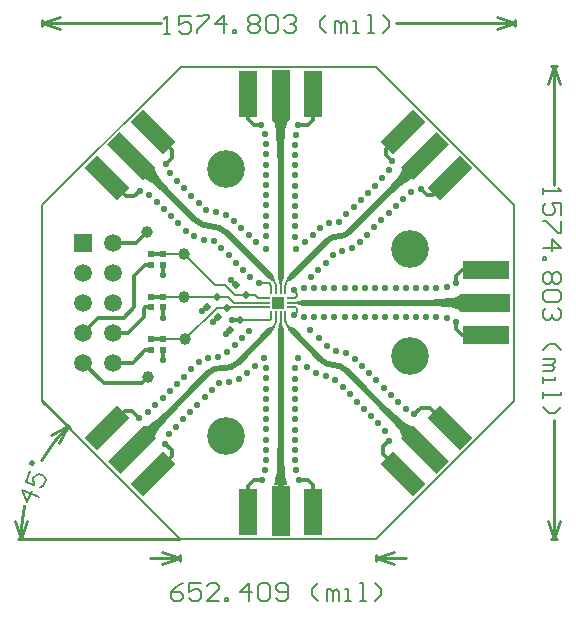
<source format=gtl>
G04 Layer_Physical_Order=1*
G04 Layer_Color=255*
%FSLAX44Y44*%
%MOMM*%
G71*
G01*
G75*
%ADD10C,0.5283*%
%ADD11C,0.1930*%
%ADD12C,1.0000*%
G04:AMPARAMS|DCode=13|XSize=3.95mm|YSize=1.5mm|CornerRadius=0mm|HoleSize=0mm|Usage=FLASHONLY|Rotation=315.000|XOffset=0mm|YOffset=0mm|HoleType=Round|Shape=Rectangle|*
%AMROTATEDRECTD13*
4,1,4,-1.9269,0.8662,-0.8662,1.9269,1.9269,-0.8662,0.8662,-1.9269,-1.9269,0.8662,0.0*
%
%ADD13ROTATEDRECTD13*%

G04:AMPARAMS|DCode=14|XSize=4.25mm|YSize=1.5mm|CornerRadius=0mm|HoleSize=0mm|Usage=FLASHONLY|Rotation=315.000|XOffset=0mm|YOffset=0mm|HoleType=Round|Shape=Rectangle|*
%AMROTATEDRECTD14*
4,1,4,-2.0329,0.9723,-0.9723,2.0329,2.0329,-0.9723,0.9723,-2.0329,-2.0329,0.9723,0.0*
%
%ADD14ROTATEDRECTD14*%

%ADD15R,1.5000X3.9500*%
%ADD16R,1.5000X4.2500*%
G04:AMPARAMS|DCode=17|XSize=3.95mm|YSize=1.5mm|CornerRadius=0mm|HoleSize=0mm|Usage=FLASHONLY|Rotation=225.000|XOffset=0mm|YOffset=0mm|HoleType=Round|Shape=Rectangle|*
%AMROTATEDRECTD17*
4,1,4,0.8662,1.9269,1.9269,0.8662,-0.8662,-1.9269,-1.9269,-0.8662,0.8662,1.9269,0.0*
%
%ADD17ROTATEDRECTD17*%

G04:AMPARAMS|DCode=18|XSize=4.25mm|YSize=1.5mm|CornerRadius=0mm|HoleSize=0mm|Usage=FLASHONLY|Rotation=225.000|XOffset=0mm|YOffset=0mm|HoleType=Round|Shape=Rectangle|*
%AMROTATEDRECTD18*
4,1,4,0.9723,2.0329,2.0329,0.9723,-0.9723,-2.0329,-2.0329,-0.9723,0.9723,2.0329,0.0*
%
%ADD18ROTATEDRECTD18*%

%ADD19R,0.6000X0.5500*%
%ADD20P,0.7778X4X180.0*%
%ADD21P,0.7778X4X270.0*%
%ADD22R,3.9500X1.5000*%
%ADD23R,4.2500X1.5000*%
%ADD24R,0.6500X0.2000*%
%ADD25R,0.2000X0.6500*%
%ADD26R,1.0300X1.0300*%
%ADD27C,0.3048*%
%ADD28C,0.2540*%
%ADD29C,0.1270*%
%ADD30C,0.1524*%
%ADD31C,3.2000*%
%ADD32C,1.5000*%
%ADD33R,1.5000X1.5000*%
%ADD34C,0.5588*%
%ADD35C,0.3556*%
G36*
X1397175Y779352D02*
X1396962Y779123D01*
X1396767Y778879D01*
X1396589Y778620D01*
X1396427Y778344D01*
X1396281Y778053D01*
X1396153Y777746D01*
X1396041Y777424D01*
X1395946Y777085D01*
X1395867Y776731D01*
X1395806Y776362D01*
X1392820Y779348D01*
X1393190Y779409D01*
X1393544Y779488D01*
X1393882Y779583D01*
X1394204Y779695D01*
X1394511Y779823D01*
X1394802Y779969D01*
X1395078Y780131D01*
X1395337Y780309D01*
X1395581Y780505D01*
X1395809Y780716D01*
X1397175Y779352D01*
D02*
G37*
G36*
X1402977Y782783D02*
X1403010Y782395D01*
X1403067Y782019D01*
X1403146Y781653D01*
X1403247Y781298D01*
X1403371Y780955D01*
X1403518Y780623D01*
X1403687Y780302D01*
X1403879Y779992D01*
X1404093Y779693D01*
X1399907D01*
X1400121Y779992D01*
X1400313Y780302D01*
X1400482Y780623D01*
X1400629Y780955D01*
X1400753Y781298D01*
X1400854Y781653D01*
X1400933Y782019D01*
X1400990Y782395D01*
X1401024Y782783D01*
X1401035Y783183D01*
X1402965D01*
X1402977Y782783D01*
D02*
G37*
G36*
X1553583Y792533D02*
X1553266Y793450D01*
X1552315Y794270D01*
X1550730Y794994D01*
X1548511Y795621D01*
X1545658Y796152D01*
X1542171Y796586D01*
X1533295Y797165D01*
X1521884Y797358D01*
Y802642D01*
X1527907Y802690D01*
X1545658Y803848D01*
X1548511Y804379D01*
X1550730Y805006D01*
X1552315Y805730D01*
X1553266Y806550D01*
X1553583Y807467D01*
Y792533D01*
D02*
G37*
G36*
X1408854Y780483D02*
X1409117Y780268D01*
X1409394Y780073D01*
X1409684Y779896D01*
X1409986Y779739D01*
X1410303Y779600D01*
X1410632Y779481D01*
X1410975Y779381D01*
X1411331Y779300D01*
X1411700Y779238D01*
X1408718Y776256D01*
X1408656Y776625D01*
X1408575Y776981D01*
X1408475Y777324D01*
X1408356Y777653D01*
X1408217Y777970D01*
X1408060Y778272D01*
X1407883Y778562D01*
X1407688Y778839D01*
X1407473Y779102D01*
X1407240Y779352D01*
X1408604Y780716D01*
X1408854Y780483D01*
D02*
G37*
G36*
X1404691Y670971D02*
X1405868Y653220D01*
X1406407Y650367D01*
X1407045Y648148D01*
X1407781Y646563D01*
X1408615Y645612D01*
X1409547Y645295D01*
X1394613D01*
X1395515Y645612D01*
X1396321Y646563D01*
X1397033Y648148D01*
X1397650Y650367D01*
X1398172Y653220D01*
X1398599Y656707D01*
X1399169Y665583D01*
X1399358Y676994D01*
X1404642D01*
X1404691Y670971D01*
D02*
G37*
G36*
X1493251Y710701D02*
X1506623Y698967D01*
X1509015Y697325D01*
X1511028Y696200D01*
X1512660Y695591D01*
X1513913Y695499D01*
X1514785Y695923D01*
X1504225Y685363D01*
X1504650Y686235D01*
X1504557Y687488D01*
X1503948Y689120D01*
X1502823Y691133D01*
X1501181Y693525D01*
X1499022Y696298D01*
X1493156Y702984D01*
X1485223Y711189D01*
X1488958Y714925D01*
X1493251Y710701D01*
D02*
G37*
G36*
X1315127Y710936D02*
X1310903Y706643D01*
X1299169Y693271D01*
X1297527Y690879D01*
X1296402Y688866D01*
X1295793Y687234D01*
X1295701Y685981D01*
X1296125Y685109D01*
X1285565Y695669D01*
X1286437Y695245D01*
X1287690Y695337D01*
X1289322Y695946D01*
X1291335Y697071D01*
X1293727Y698713D01*
X1296500Y700872D01*
X1303186Y706739D01*
X1311391Y714671D01*
X1315127Y710936D01*
D02*
G37*
G36*
X1295446Y913711D02*
X1295539Y912458D01*
X1296148Y910826D01*
X1297273Y908813D01*
X1298915Y906421D01*
X1301074Y903648D01*
X1306940Y896962D01*
X1314873Y888756D01*
X1311138Y885021D01*
X1306845Y889245D01*
X1293473Y900979D01*
X1291081Y902621D01*
X1289068Y903746D01*
X1287436Y904355D01*
X1286183Y904447D01*
X1285311Y904023D01*
X1295871Y914583D01*
X1295446Y913711D01*
D02*
G37*
G36*
X1514785Y904023D02*
X1513913Y904447D01*
X1512660Y904355D01*
X1511028Y903746D01*
X1509015Y902621D01*
X1506623Y900979D01*
X1503850Y898820D01*
X1497164Y892953D01*
X1488958Y885021D01*
X1485223Y888756D01*
X1489447Y893049D01*
X1501181Y906421D01*
X1502823Y908813D01*
X1503948Y910826D01*
X1504557Y912458D01*
X1504650Y913711D01*
X1504225Y914583D01*
X1514785Y904023D01*
D02*
G37*
G36*
X1408615Y954080D02*
X1407781Y953129D01*
X1407045Y951544D01*
X1406407Y949325D01*
X1405868Y946472D01*
X1405426Y942985D01*
X1404838Y934109D01*
X1404642Y922698D01*
X1399358D01*
X1399311Y928721D01*
X1398172Y946472D01*
X1397650Y949325D01*
X1397033Y951544D01*
X1396321Y953129D01*
X1395515Y954080D01*
X1394613Y954397D01*
X1409547D01*
X1408615Y954080D01*
D02*
G37*
G36*
X1410824Y819073D02*
X1410462Y819018D01*
X1409529Y818811D01*
X1409269Y818729D01*
X1409035Y818639D01*
X1408825Y818543D01*
X1408642Y818440D01*
X1408483Y818330D01*
X1408351Y818214D01*
X1406985Y819578D01*
X1407102Y819711D01*
X1407212Y819870D01*
X1407315Y820053D01*
X1407411Y820263D01*
X1407501Y820497D01*
X1407583Y820757D01*
X1407728Y821354D01*
X1407790Y821690D01*
X1407845Y822052D01*
X1410824Y819073D01*
D02*
G37*
G36*
X1418069Y797907D02*
X1417771Y798121D01*
X1417461Y798313D01*
X1417140Y798482D01*
X1416808Y798629D01*
X1416464Y798753D01*
X1416110Y798854D01*
X1415744Y798933D01*
X1415367Y798990D01*
X1414979Y799024D01*
X1414580Y799035D01*
Y800965D01*
X1414979Y800976D01*
X1415367Y801010D01*
X1415744Y801067D01*
X1416110Y801146D01*
X1416464Y801247D01*
X1416808Y801371D01*
X1417140Y801518D01*
X1417461Y801687D01*
X1417771Y801879D01*
X1418069Y802093D01*
Y797907D01*
D02*
G37*
G36*
X1403879Y819446D02*
X1403687Y819136D01*
X1403518Y818815D01*
X1403371Y818483D01*
X1403247Y818140D01*
X1403146Y817785D01*
X1403067Y817420D01*
X1403010Y817043D01*
X1402977Y816655D01*
X1402965Y816255D01*
X1401035D01*
X1401024Y816655D01*
X1400990Y817043D01*
X1400933Y817420D01*
X1400854Y817785D01*
X1400753Y818140D01*
X1400629Y818483D01*
X1400482Y818815D01*
X1400313Y819136D01*
X1400121Y819446D01*
X1399907Y819745D01*
X1404093D01*
X1403879Y819446D01*
D02*
G37*
G36*
X1396370Y821436D02*
X1396577Y820503D01*
X1396659Y820243D01*
X1396749Y820009D01*
X1396845Y819799D01*
X1396948Y819616D01*
X1397058Y819457D01*
X1397175Y819324D01*
X1395809Y817960D01*
X1395677Y818076D01*
X1395518Y818186D01*
X1395335Y818289D01*
X1395125Y818385D01*
X1394891Y818475D01*
X1394631Y818557D01*
X1394034Y818702D01*
X1393698Y818764D01*
X1393336Y818819D01*
X1396315Y821798D01*
X1396370Y821436D01*
D02*
G37*
D10*
X1329636Y870258D02*
G03*
X1342644Y864870I13008J13008D01*
G01*
X1355652Y859482D02*
G03*
X1342644Y864870I-13008J-13008D01*
G01*
X1354941Y744728D02*
G03*
X1365602Y749144I0J15076D01*
G01*
X1350518Y744728D02*
G03*
X1341412Y740956I0J-12877D01*
G01*
X1451664Y856234D02*
G03*
X1459810Y859608I0J11520D01*
G01*
X1450848Y856234D02*
G03*
X1440875Y852103I0J-14104D01*
G01*
X1457191Y742958D02*
G03*
X1446784Y747268I-10407J-10407D01*
G01*
X1436378Y751579D02*
G03*
X1446784Y747268I10407J10407D01*
G01*
X1275588Y924306D02*
X1329636Y870258D01*
X1355652Y859482D02*
X1393698Y821436D01*
X1402000Y975534D02*
X1402080Y975614D01*
X1402000Y821356D02*
Y975534D01*
X1350518Y744728D02*
X1354941D01*
X1450848Y856234D02*
X1451664D01*
X1410462Y821690D02*
X1440875Y852103D01*
X1459810Y859608D02*
X1524508Y924306D01*
X1275842Y675386D02*
X1341412Y740956D01*
X1365602Y749144D02*
X1393190Y776732D01*
X1402000Y624158D02*
X1402080Y624078D01*
X1402000Y624158D02*
Y778082D01*
X1411334Y776622D02*
X1436378Y751579D01*
X1457191Y742958D02*
X1524508Y675640D01*
X1419681Y800000D02*
X1574800D01*
D11*
X1398000Y815001D02*
G03*
X1396492Y818642I-5149J0D01*
G01*
X1407668Y818896D02*
G03*
X1406000Y814869I4027J-4027D01*
G01*
X1396492Y780034D02*
G03*
X1398000Y783675I-3641J3641D01*
G01*
X1406000Y784674D02*
G03*
X1407922Y780034I6562J0D01*
G01*
X1346078Y815208D02*
X1354968D01*
X1320365Y840921D02*
X1346078Y815208D01*
X1302764Y840921D02*
X1320365D01*
X1354968Y815208D02*
X1363539Y806637D01*
X1372429D02*
X1380303D01*
X1382940Y804000D01*
X1389500D01*
X1363539Y806637D02*
X1372429D01*
X1362556Y800000D02*
X1389500D01*
X1357563Y804993D02*
X1362556Y800000D01*
X1347791Y804993D02*
X1357563D01*
X1302764Y805107D02*
X1302878Y804993D01*
X1347791D01*
Y795849D02*
X1356935D01*
X1320983Y769041D02*
X1347791Y795849D01*
X1302765Y769041D02*
X1320983D01*
X1356935Y795849D02*
X1357086Y796000D01*
X1389500D01*
X1394000Y786432D02*
Y789500D01*
X1393003Y785435D02*
X1394000Y786432D01*
X1367603Y785435D02*
X1393003D01*
X1383792Y816356D02*
X1392174D01*
X1394000Y814530D01*
Y810500D02*
Y814530D01*
X1393698Y821436D02*
X1396492Y818642D01*
X1398000Y810500D02*
Y815001D01*
X1402000Y810500D02*
Y821356D01*
X1406000Y810500D02*
Y814869D01*
X1407668Y818896D02*
X1410462Y821690D01*
X1393190Y776732D02*
X1396492Y780034D01*
X1398000Y783675D02*
Y789500D01*
X1402000Y778082D02*
Y789500D01*
X1407922Y780034D02*
X1411334Y776622D01*
X1406000Y784674D02*
Y789500D01*
X1414664Y796000D02*
X1416101Y794563D01*
Y792378D02*
Y794563D01*
X1413205Y789483D02*
X1416101Y792378D01*
X1413215Y810524D02*
X1416050Y807689D01*
Y805459D02*
Y807689D01*
X1414591Y804000D02*
X1416050Y805459D01*
X1410500Y796000D02*
X1414664D01*
X1410500Y804000D02*
X1414591D01*
X1410500Y800000D02*
X1419681D01*
D12*
X1320983Y769041D02*
D03*
X1320292Y804926D02*
D03*
X1320365Y840921D02*
D03*
X1289558Y736854D02*
D03*
X1289050Y860298D02*
D03*
D13*
X1254940Y905780D02*
D03*
X1294114Y944954D02*
D03*
X1545155Y694166D02*
D03*
X1505982Y654993D02*
D03*
D14*
X1275588Y924306D02*
D03*
X1524508Y675640D02*
D03*
D15*
X1374380Y977114D02*
D03*
X1429780D02*
D03*
Y622578D02*
D03*
X1374380D02*
D03*
D16*
X1402080Y975614D02*
D03*
Y624078D02*
D03*
D17*
X1505982Y944954D02*
D03*
X1545155Y905780D02*
D03*
X1294368Y654738D02*
D03*
X1255194Y693912D02*
D03*
D18*
X1524508Y924306D02*
D03*
X1275842Y675386D02*
D03*
D19*
X1302765Y840923D02*
D03*
Y831923D02*
D03*
Y805109D02*
D03*
Y796109D02*
D03*
Y769041D02*
D03*
Y760041D02*
D03*
X1292607Y831921D02*
D03*
Y840921D02*
D03*
Y796107D02*
D03*
Y805107D02*
D03*
Y760039D02*
D03*
Y769039D02*
D03*
D20*
X1364167Y814899D02*
D03*
X1372429Y806637D02*
D03*
D21*
X1339529Y796731D02*
D03*
X1347791Y804993D02*
D03*
X1348673Y787587D02*
D03*
X1356935Y795849D02*
D03*
X1359341Y777173D02*
D03*
X1367603Y785435D02*
D03*
D22*
X1576300Y827700D02*
D03*
Y772300D02*
D03*
D23*
X1574800Y800000D02*
D03*
D24*
X1389500Y804000D02*
D03*
Y800000D02*
D03*
Y796000D02*
D03*
X1410500D02*
D03*
Y800000D02*
D03*
Y804000D02*
D03*
D25*
X1394000Y789500D02*
D03*
X1398000D02*
D03*
X1402000D02*
D03*
X1406000D02*
D03*
Y810500D02*
D03*
X1402000D02*
D03*
X1398000D02*
D03*
X1394000D02*
D03*
D26*
X1400000Y800000D02*
D03*
D27*
X1284732Y732028D02*
X1289558Y736854D01*
X1252172Y732028D02*
X1284732D01*
X1235000Y749200D02*
X1252172Y732028D01*
X1279552Y850800D02*
X1289050Y860298D01*
X1260400Y850800D02*
X1279552D01*
X1360170Y818896D02*
X1364167Y814899D01*
X1335532Y792734D02*
X1339529Y796731D01*
X1344676Y783590D02*
X1348673Y787587D01*
X1355344Y773176D02*
X1359341Y777173D01*
X1360932Y785368D02*
X1367536D01*
X1367603Y785435D01*
X1302765Y751333D02*
Y760041D01*
X1292607Y769039D02*
X1292608Y769041D01*
X1302765D01*
X1287597Y760039D02*
X1292607D01*
X1276758Y749200D02*
X1287597Y760039D01*
X1260400Y749200D02*
X1276758D01*
X1287597Y796107D02*
X1292607D01*
X1260400Y774600D02*
X1272440D01*
X1302765Y823215D02*
Y831923D01*
X1287089Y831921D02*
X1292607D01*
X1247800Y787400D02*
X1269422D01*
X1292607Y840921D02*
X1302764D01*
X1302765Y787401D02*
X1302766Y787400D01*
X1302765Y787401D02*
Y796109D01*
X1292607Y805107D02*
X1302764D01*
X1235000Y774600D02*
X1247800Y787400D01*
X1277957Y890016D02*
X1282789Y894849D01*
X1270704Y890016D02*
X1277957D01*
X1254940Y905780D02*
X1270704Y890016D01*
X1304936Y917368D02*
X1309878Y922310D01*
Y929190D01*
X1294114Y944954D02*
X1309878Y929190D01*
X1417066Y950722D02*
X1425448D01*
X1429780Y955054D01*
Y977114D01*
X1379228Y950714D02*
X1385278D01*
X1374380Y955562D02*
X1379228Y950714D01*
X1374380Y955562D02*
Y977114D01*
X1491488Y925307D02*
X1496622Y920174D01*
X1491488Y925307D02*
Y930460D01*
X1505982Y944954D01*
X1520594Y896588D02*
X1525643Y891540D01*
X1530916D01*
X1545155Y905780D01*
X1417857Y649904D02*
X1425530D01*
X1429780Y645654D01*
Y622578D02*
Y645654D01*
X1379254Y650021D02*
X1386351D01*
X1374380Y645146D02*
X1379254Y650021D01*
X1374380Y622578D02*
Y645146D01*
X1304514Y680692D02*
X1309878Y675328D01*
Y670248D02*
Y675328D01*
X1294368Y654738D02*
X1309878Y670248D01*
X1275842Y708660D02*
X1281684Y702818D01*
X1269942Y708660D02*
X1275842D01*
X1255194Y693912D02*
X1269942Y708660D01*
X1515177Y705397D02*
X1520726Y710946D01*
X1528376D01*
X1545155Y694166D01*
X1488948Y678688D02*
X1493520Y683260D01*
X1488948Y672026D02*
Y678688D01*
Y672026D02*
X1505982Y654993D01*
X1555334Y827700D02*
X1576300D01*
X1550554Y822921D02*
X1555334Y827700D01*
X1550554Y816431D02*
Y822921D01*
X1550446Y777362D02*
Y783418D01*
Y777362D02*
X1555508Y772300D01*
X1576300D01*
X1269422Y787400D02*
X1278128Y796106D01*
Y822960D01*
X1287089Y831921D01*
X1272440Y774600D02*
X1286002Y788162D01*
Y794512D01*
X1287597Y796107D01*
D28*
X1185307Y627934D02*
G03*
X1182381Y599940I131885J-27934D01*
G01*
X1221866Y695326D02*
G03*
X1199881Y666424I95326J-95326D01*
G01*
X1179841Y599939D02*
X1317192Y600000D01*
X1200000Y717192D02*
X1223662Y693530D01*
X1182381Y599940D02*
X1187454Y615182D01*
X1177294Y615177D02*
X1182381Y599940D01*
X1207498Y688142D02*
X1221866Y695326D01*
X1214682Y680957D02*
X1221866Y695326D01*
X1600267Y1039726D02*
X1600269Y1034646D01*
X1200267Y1039582D02*
X1200269Y1034502D01*
X1585030Y1032101D02*
X1600268Y1037186D01*
X1585026Y1042261D02*
X1600268Y1037186D01*
X1200268Y1037042D02*
X1215510Y1031968D01*
X1200268Y1037042D02*
X1215506Y1042128D01*
X1499551Y1037150D02*
X1600268Y1037186D01*
X1200268Y1037042D02*
X1300985Y1037079D01*
X1482829Y581152D02*
Y586232D01*
X1317117Y581152D02*
Y586232D01*
X1482829Y583692D02*
X1498069Y578612D01*
X1482829Y583692D02*
X1498069Y588772D01*
X1301877Y578612D02*
X1317117Y583692D01*
X1301877Y588772D02*
X1317117Y583692D01*
X1482829D02*
X1508229D01*
X1291717D02*
X1317117D01*
X1630940Y600125D02*
X1636020Y600125D01*
X1630934Y1000125D02*
X1636014Y1000125D01*
X1628400Y615365D02*
X1633480Y600125D01*
X1638560Y615365D01*
X1628394Y984885D02*
X1633474Y1000125D01*
X1638554Y984885D01*
X1633479Y700842D02*
X1633480Y600125D01*
X1633474Y1000125D02*
X1633475Y899408D01*
D29*
X1200000Y717192D02*
Y882754D01*
X1317246Y1000000D01*
X1482898D01*
X1600000Y882898D01*
Y717096D02*
Y882898D01*
X1482904Y600000D02*
X1600000Y717096D01*
X1317192Y600000D02*
X1482904D01*
X1200000Y717192D02*
X1317192Y600000D01*
D30*
X1197300Y635613D02*
X1183223Y641440D01*
X1187348Y631488D01*
X1191232Y640872D01*
X1190021Y657863D02*
X1186136Y648478D01*
X1193175Y645565D01*
X1192771Y651228D01*
X1193742Y653574D01*
X1197059Y654949D01*
X1201752Y653007D01*
X1203127Y649689D01*
X1201184Y644997D01*
X1197867Y643622D01*
X1191959Y662557D02*
X1189613Y663528D01*
X1190584Y665874D01*
X1192930Y664903D01*
X1191959Y662557D01*
X1303528Y1027938D02*
X1308606Y1027940D01*
X1306067Y1027939D01*
X1306062Y1043174D01*
X1303523Y1040634D01*
X1326375Y1043181D02*
X1316218Y1043178D01*
X1316221Y1035560D01*
X1321299Y1038101D01*
X1323838Y1038102D01*
X1326378Y1035564D01*
X1326380Y1030485D01*
X1323841Y1027945D01*
X1318763Y1027943D01*
X1316223Y1030482D01*
X1331454Y1043183D02*
X1341610Y1043187D01*
X1341611Y1040648D01*
X1331458Y1030487D01*
X1331459Y1027948D01*
X1354312Y1027956D02*
X1354306Y1043191D01*
X1346691Y1035571D01*
X1356848Y1035575D01*
X1361929Y1027959D02*
X1361928Y1030498D01*
X1364467Y1030499D01*
X1364468Y1027960D01*
X1361929Y1027959D01*
X1374620Y1040659D02*
X1377159Y1043200D01*
X1382237Y1043201D01*
X1384777Y1040663D01*
X1384778Y1038124D01*
X1382240Y1035584D01*
X1384780Y1033046D01*
X1384781Y1030506D01*
X1382242Y1027966D01*
X1377164Y1027964D01*
X1374624Y1030503D01*
X1374623Y1033042D01*
X1377161Y1035582D01*
X1374621Y1038120D01*
X1374620Y1040659D01*
X1377161Y1035582D02*
X1382240Y1035584D01*
X1389855Y1040665D02*
X1392394Y1043205D01*
X1397472Y1043207D01*
X1400012Y1040669D01*
X1400016Y1030512D01*
X1397478Y1027972D01*
X1392399Y1027970D01*
X1389859Y1030508D01*
X1389855Y1040665D01*
X1405091Y1040670D02*
X1407629Y1043211D01*
X1412707Y1043212D01*
X1415247Y1040674D01*
X1415248Y1038135D01*
X1412710Y1035595D01*
X1410171Y1035594D01*
X1412710Y1035595D01*
X1415250Y1033057D01*
X1415251Y1030517D01*
X1412713Y1027977D01*
X1407634Y1027975D01*
X1405094Y1030514D01*
X1440644Y1027987D02*
X1435563Y1033064D01*
X1435562Y1038142D01*
X1440638Y1043222D01*
X1448261Y1027990D02*
X1448257Y1038147D01*
X1450797Y1038148D01*
X1453337Y1035610D01*
X1453340Y1027992D01*
X1453337Y1035610D01*
X1455875Y1038150D01*
X1458415Y1035611D01*
X1458418Y1027994D01*
X1463496Y1027996D02*
X1468575Y1027997D01*
X1466035Y1027997D01*
X1466032Y1038153D01*
X1463493Y1038152D01*
X1476192Y1028000D02*
X1481270Y1028002D01*
X1478731Y1028001D01*
X1478726Y1043236D01*
X1476187Y1043235D01*
X1488888Y1028005D02*
X1493965Y1033085D01*
X1493963Y1038163D01*
X1488882Y1043240D01*
X1319734Y562361D02*
X1314656Y559822D01*
X1309578Y554743D01*
Y549665D01*
X1312117Y547126D01*
X1317195D01*
X1319734Y549665D01*
Y552204D01*
X1317195Y554743D01*
X1309578D01*
X1334970Y562361D02*
X1324813D01*
Y554743D01*
X1329891Y557283D01*
X1332430D01*
X1334970Y554743D01*
Y549665D01*
X1332430Y547126D01*
X1327352D01*
X1324813Y549665D01*
X1350205Y547126D02*
X1340048D01*
X1350205Y557283D01*
Y559822D01*
X1347666Y562361D01*
X1342587D01*
X1340048Y559822D01*
X1355283Y547126D02*
Y549665D01*
X1357822D01*
Y547126D01*
X1355283D01*
X1375596D02*
Y562361D01*
X1367979Y554743D01*
X1378136D01*
X1383214Y559822D02*
X1385753Y562361D01*
X1390831D01*
X1393371Y559822D01*
Y549665D01*
X1390831Y547126D01*
X1385753D01*
X1383214Y549665D01*
Y559822D01*
X1398449Y549665D02*
X1400988Y547126D01*
X1406067D01*
X1408606Y549665D01*
Y559822D01*
X1406067Y562361D01*
X1400988D01*
X1398449Y559822D01*
Y557283D01*
X1400988Y554743D01*
X1408606D01*
X1433997Y547126D02*
X1428919Y552204D01*
Y557283D01*
X1433997Y562361D01*
X1441615Y547126D02*
Y557283D01*
X1444154D01*
X1446693Y554743D01*
Y547126D01*
Y554743D01*
X1449233Y557283D01*
X1451772Y554743D01*
Y547126D01*
X1456850D02*
X1461929D01*
X1459389D01*
Y557283D01*
X1456850D01*
X1469546Y547126D02*
X1474624D01*
X1472085D01*
Y562361D01*
X1469546D01*
X1482242Y547126D02*
X1487320Y552204D01*
Y557283D01*
X1482242Y562361D01*
X1624334Y896868D02*
X1624334Y891790D01*
X1624334Y894329D01*
X1639569Y894329D01*
X1637030Y896868D01*
X1639569Y874016D02*
X1639569Y884172D01*
X1631952Y884172D01*
X1634491Y879094D01*
X1634491Y876555D01*
X1631952Y874016D01*
X1626873Y874016D01*
X1624334Y876555D01*
X1624334Y881633D01*
X1626873Y884172D01*
X1639570Y868937D02*
X1639570Y858781D01*
X1637030Y858781D01*
X1626874Y868937D01*
X1624334Y868937D01*
X1624335Y846085D02*
X1639570Y846085D01*
X1631952Y853702D01*
X1631952Y843545D01*
X1624335Y838467D02*
X1626874Y838467D01*
X1626874Y835928D01*
X1624335Y835928D01*
X1624335Y838467D01*
X1637031Y825771D02*
X1639570Y823232D01*
X1639570Y818154D01*
X1637031Y815614D01*
X1634492Y815614D01*
X1631953Y818154D01*
X1629414Y815614D01*
X1626874Y815614D01*
X1624335Y818154D01*
X1624335Y823232D01*
X1626874Y825771D01*
X1629413Y825771D01*
X1631953Y823232D01*
X1634492Y825771D01*
X1637031Y825771D01*
X1631953Y823232D02*
X1631953Y818154D01*
X1637031Y810536D02*
X1639570Y807997D01*
X1639570Y802919D01*
X1637031Y800379D01*
X1626875Y800379D01*
X1624335Y802918D01*
X1624335Y807997D01*
X1626875Y810536D01*
X1637031Y810536D01*
X1637031Y795301D02*
X1639571Y792762D01*
X1639571Y787684D01*
X1637032Y785144D01*
X1634492Y785144D01*
X1631953Y787683D01*
X1631953Y790223D01*
X1631953Y787683D01*
X1629414Y785144D01*
X1626875Y785144D01*
X1624336Y787683D01*
X1624336Y792762D01*
X1626875Y795301D01*
X1624336Y759752D02*
X1629414Y764831D01*
X1634493Y764831D01*
X1639571Y759753D01*
X1624336Y752135D02*
X1634493Y752135D01*
X1634493Y749596D01*
X1631954Y747057D01*
X1624336Y747057D01*
X1631954Y747057D01*
X1634493Y744518D01*
X1631954Y741978D01*
X1624336Y741978D01*
X1624336Y736900D02*
X1624337Y731822D01*
X1624337Y734361D01*
X1634493Y734361D01*
X1634493Y736900D01*
X1624337Y724204D02*
X1624337Y719126D01*
X1624337Y721665D01*
X1639572Y721665D01*
X1639572Y724204D01*
X1624337Y711508D02*
X1629415Y706430D01*
X1634494Y706430D01*
X1639572Y711508D01*
D31*
X1355344Y913384D02*
D03*
Y686816D02*
D03*
X1511554Y845566D02*
D03*
Y754634D02*
D03*
D32*
X1260400Y749200D02*
D03*
X1235000D02*
D03*
X1260400Y774600D02*
D03*
X1235000D02*
D03*
X1260400Y800000D02*
D03*
X1235000D02*
D03*
X1260400Y825400D02*
D03*
X1235000D02*
D03*
X1260400Y850800D02*
D03*
D33*
X1235000D02*
D03*
D34*
X1349808Y732099D02*
D03*
X1349059Y754331D02*
D03*
X1357879Y840041D02*
D03*
X1355364Y874278D02*
D03*
X1347075Y876702D02*
D03*
X1363986Y833934D02*
D03*
X1366700Y735251D02*
D03*
X1360170Y818896D02*
D03*
X1335532Y792734D02*
D03*
X1344676Y783590D02*
D03*
X1355344Y773176D02*
D03*
X1360932Y785368D02*
D03*
X1282789Y894849D02*
D03*
X1315517Y867162D02*
D03*
X1321623Y861055D02*
D03*
X1314248Y903042D02*
D03*
X1345398Y851973D02*
D03*
X1368797Y863552D02*
D03*
X1362604Y869571D02*
D03*
X1328705Y856114D02*
D03*
X1304936Y917368D02*
D03*
X1326370Y890739D02*
D03*
X1376199Y821721D02*
D03*
X1309411Y873269D02*
D03*
X1303304Y879376D02*
D03*
X1296997Y885275D02*
D03*
X1389380Y845566D02*
D03*
X1351772Y846147D02*
D03*
X1381010Y851338D02*
D03*
X1338648Y878592D02*
D03*
X1370092Y827827D02*
D03*
X1383792Y816356D02*
D03*
X1290506Y890971D02*
D03*
X1336860Y853270D02*
D03*
X1320263Y896845D02*
D03*
X1374903Y857445D02*
D03*
X1308534Y909518D02*
D03*
X1332476Y884632D02*
D03*
X1302765Y751333D02*
D03*
Y823215D02*
D03*
X1302766Y787400D02*
D03*
X1495365Y721997D02*
D03*
X1477045Y740317D02*
D03*
X1493520Y683260D02*
D03*
X1460520Y722457D02*
D03*
X1416304Y753618D02*
D03*
X1515177Y705397D02*
D03*
X1441641Y763529D02*
D03*
X1470939Y746424D02*
D03*
X1440266Y737820D02*
D03*
X1426718Y776986D02*
D03*
X1472733Y710244D02*
D03*
X1508072Y710306D02*
D03*
X1432074Y740553D02*
D03*
X1489258Y728104D02*
D03*
X1454414Y728564D02*
D03*
X1457536Y757173D02*
D03*
X1490403Y691314D02*
D03*
X1478830Y704127D02*
D03*
X1448307Y734670D02*
D03*
X1424686Y745998D02*
D03*
X1434084Y770128D02*
D03*
X1466627Y716350D02*
D03*
X1484782Y697870D02*
D03*
X1483152Y734211D02*
D03*
X1449162Y759284D02*
D03*
X1464792Y752490D02*
D03*
X1501581Y716002D02*
D03*
X1385278Y950714D02*
D03*
X1388760Y942811D02*
D03*
X1389344Y934195D02*
D03*
X1389888Y925576D02*
D03*
Y916940D02*
D03*
Y908304D02*
D03*
Y899668D02*
D03*
Y891032D02*
D03*
Y882396D02*
D03*
Y873760D02*
D03*
Y865124D02*
D03*
Y856488D02*
D03*
X1414218Y856044D02*
D03*
Y864680D02*
D03*
Y873316D02*
D03*
Y881952D02*
D03*
Y890588D02*
D03*
Y899224D02*
D03*
Y907860D02*
D03*
Y916496D02*
D03*
Y925132D02*
D03*
X1414322Y933767D02*
D03*
X1414794Y942390D02*
D03*
X1417066Y950722D02*
D03*
X1496622Y920174D02*
D03*
X1493554Y912101D02*
D03*
X1487858Y905610D02*
D03*
X1482132Y899145D02*
D03*
X1476026Y893038D02*
D03*
X1469919Y886932D02*
D03*
X1463813Y880825D02*
D03*
X1457706Y874718D02*
D03*
X1451594Y868617D02*
D03*
X1443079Y867178D02*
D03*
X1435346Y863333D02*
D03*
X1429016Y857458D02*
D03*
X1422909Y851352D02*
D03*
X1415288Y845566D02*
D03*
X1427793Y821806D02*
D03*
X1433899Y827913D02*
D03*
X1440006Y834019D02*
D03*
X1446112Y840126D02*
D03*
X1453737Y844182D02*
D03*
X1462063Y846473D02*
D03*
X1469014Y851598D02*
D03*
X1475121Y857704D02*
D03*
X1481227Y863811D02*
D03*
X1487334Y869918D02*
D03*
X1493441Y876024D02*
D03*
X1499577Y882101D02*
D03*
X1505887Y887997D02*
D03*
X1512519Y893529D02*
D03*
X1520594Y896588D02*
D03*
X1389828Y744519D02*
D03*
Y735883D02*
D03*
Y727247D02*
D03*
Y718611D02*
D03*
Y709975D02*
D03*
Y701339D02*
D03*
Y692703D02*
D03*
Y684067D02*
D03*
Y675431D02*
D03*
X1389708Y666796D02*
D03*
X1389195Y658175D02*
D03*
X1386351Y650021D02*
D03*
X1417857Y649904D02*
D03*
X1415046Y658070D02*
D03*
X1414475Y666687D02*
D03*
X1414172Y675318D02*
D03*
Y683954D02*
D03*
Y692590D02*
D03*
Y701226D02*
D03*
Y709862D02*
D03*
Y718498D02*
D03*
Y727134D02*
D03*
Y735770D02*
D03*
Y744406D02*
D03*
X1375206Y776301D02*
D03*
X1369100Y770194D02*
D03*
X1362993Y764087D02*
D03*
X1356886Y757981D02*
D03*
X1340492Y753245D02*
D03*
X1332748Y749423D02*
D03*
X1326434Y743531D02*
D03*
X1320328Y737424D02*
D03*
X1314221Y731317D02*
D03*
X1308114Y725211D02*
D03*
X1302008Y719104D02*
D03*
X1295838Y713061D02*
D03*
X1289436Y707266D02*
D03*
X1281684Y702818D02*
D03*
X1304514Y680692D02*
D03*
X1307763Y688693D02*
D03*
X1313459Y695184D02*
D03*
X1319256Y701585D02*
D03*
X1325363Y707692D02*
D03*
X1331469Y713799D02*
D03*
X1337576Y719905D02*
D03*
X1343682Y726012D02*
D03*
X1358414Y732818D02*
D03*
X1373802Y740164D02*
D03*
X1379926Y746254D02*
D03*
X1388110Y753618D02*
D03*
X1550554Y816431D02*
D03*
X1542568Y813146D02*
D03*
X1533950Y812583D02*
D03*
X1525324Y812172D02*
D03*
X1516688D02*
D03*
X1508052D02*
D03*
X1499416D02*
D03*
X1490780D02*
D03*
X1482144D02*
D03*
X1473508D02*
D03*
X1464872D02*
D03*
X1456236D02*
D03*
X1447600D02*
D03*
X1438964D02*
D03*
X1430328D02*
D03*
X1421692D02*
D03*
X1413215Y810524D02*
D03*
X1413205Y789483D02*
D03*
X1421683Y787839D02*
D03*
X1430319D02*
D03*
X1438955D02*
D03*
X1447591D02*
D03*
X1456227D02*
D03*
X1464863D02*
D03*
X1473499D02*
D03*
X1482135D02*
D03*
X1490771D02*
D03*
X1499407D02*
D03*
X1508043D02*
D03*
X1516679D02*
D03*
X1525315Y787822D02*
D03*
X1533948Y787602D02*
D03*
X1550446Y783418D02*
D03*
X1542559Y786935D02*
D03*
D35*
X1401953Y801878D02*
D03*
Y798068D02*
D03*
X1398143Y801878D02*
D03*
Y798068D02*
D03*
M02*

</source>
